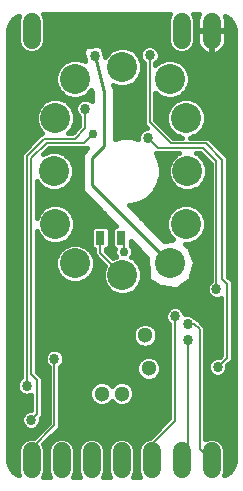
<source format=gbl>
G75*
%MOIN*%
%OFA0B0*%
%FSLAX25Y25*%
%IPPOS*%
%LPD*%
%AMOC8*
5,1,8,0,0,1.08239X$1,22.5*
%
%ADD10C,0.06000*%
%ADD11C,0.10000*%
%ADD12C,0.05118*%
%ADD13R,0.03150X0.04724*%
%ADD14C,0.03369*%
%ADD15C,0.01000*%
%ADD16C,0.00600*%
%ADD17C,0.01600*%
%ADD18C,0.02975*%
D10*
X0011170Y0006100D02*
X0011170Y0012100D01*
X0021170Y0012100D02*
X0021170Y0006100D01*
X0031170Y0006100D02*
X0031170Y0012100D01*
X0041170Y0012100D02*
X0041170Y0006100D01*
X0051170Y0006100D02*
X0051170Y0012100D01*
X0061170Y0012100D02*
X0061170Y0006100D01*
X0071170Y0006100D02*
X0071170Y0012100D01*
X0071170Y0149407D02*
X0071170Y0155407D01*
X0061170Y0155407D02*
X0061170Y0149407D01*
X0011170Y0149407D02*
X0011170Y0155407D01*
D11*
X0025747Y0136334D03*
X0019123Y0123273D03*
X0018623Y0105557D03*
X0019123Y0087840D03*
X0025747Y0074779D03*
X0041495Y0070842D03*
X0057243Y0074779D03*
X0062617Y0087840D03*
X0063117Y0105557D03*
X0062617Y0123273D03*
X0057243Y0136334D03*
X0041495Y0140271D03*
D12*
X0049000Y0050813D03*
X0050200Y0039813D03*
X0041200Y0031413D03*
X0034600Y0031413D03*
D13*
X0034057Y0083413D03*
X0041143Y0083413D03*
D14*
X0049000Y0050813D03*
X0050200Y0039813D03*
X0050200Y0034213D03*
X0041200Y0031413D03*
X0034600Y0031413D03*
X0029800Y0039613D03*
X0019000Y0053213D03*
X0018800Y0043013D03*
X0009600Y0034013D03*
X0011000Y0022613D03*
X0059000Y0057213D03*
X0061000Y0061213D03*
X0063200Y0054613D03*
X0063200Y0049213D03*
X0073200Y0040213D03*
X0072800Y0066213D03*
X0050000Y0116613D03*
X0044200Y0117613D03*
X0050600Y0144213D03*
X0032200Y0144013D03*
X0029000Y0126413D03*
D15*
X0035200Y0132013D02*
X0035200Y0113813D01*
X0031200Y0109813D01*
X0031200Y0100822D01*
X0057243Y0074779D01*
X0035200Y0132013D02*
X0032200Y0144013D01*
D16*
X0029000Y0126413D02*
X0029000Y0119813D01*
X0025600Y0116413D01*
X0015400Y0116413D01*
X0009600Y0110613D01*
X0009600Y0034013D01*
X0013000Y0035813D02*
X0011000Y0037813D01*
X0011000Y0109813D01*
X0016200Y0115013D01*
X0028800Y0115013D01*
X0031800Y0118013D01*
X0050000Y0116613D02*
X0053200Y0113413D01*
X0068200Y0113413D01*
X0072800Y0108813D01*
X0072800Y0066213D01*
X0074800Y0069613D02*
X0074800Y0109413D01*
X0069400Y0114813D01*
X0057600Y0114813D01*
X0050600Y0121813D01*
X0050600Y0144213D01*
X0041900Y0083413D02*
X0041143Y0083413D01*
X0041900Y0083413D02*
X0041900Y0078670D01*
X0041495Y0070842D02*
X0034057Y0078280D01*
X0034057Y0083413D01*
X0018800Y0043013D02*
X0018800Y0020813D01*
X0011200Y0013213D01*
X0011200Y0009130D01*
X0011170Y0009100D01*
X0011000Y0022613D02*
X0013000Y0024613D01*
X0013000Y0035813D01*
X0051200Y0014613D02*
X0051200Y0009130D01*
X0051170Y0009100D01*
X0051200Y0014613D02*
X0059000Y0022413D01*
X0059000Y0057213D01*
X0063200Y0054613D02*
X0065400Y0054613D01*
X0067200Y0052813D01*
X0067200Y0013070D01*
X0071170Y0009100D01*
X0063200Y0011130D02*
X0061170Y0009100D01*
X0063200Y0011130D02*
X0063200Y0049213D01*
X0073200Y0040213D02*
X0076400Y0043413D01*
X0076400Y0068013D01*
X0074800Y0069613D01*
D17*
X0004043Y0006835D02*
X0005128Y0005341D01*
X0006621Y0004256D01*
X0007007Y0004131D01*
X0006570Y0005185D01*
X0006570Y0013015D01*
X0007270Y0014706D01*
X0008564Y0016000D01*
X0010255Y0016700D01*
X0012000Y0016700D01*
X0016900Y0021600D01*
X0016900Y0040269D01*
X0016016Y0041153D01*
X0015516Y0042360D01*
X0015516Y0043667D01*
X0016016Y0044874D01*
X0016940Y0045798D01*
X0018147Y0046298D01*
X0019453Y0046298D01*
X0020660Y0045798D01*
X0021584Y0044874D01*
X0022084Y0043667D01*
X0022084Y0042360D01*
X0021584Y0041153D01*
X0020700Y0040269D01*
X0020700Y0020026D01*
X0015160Y0014487D01*
X0015770Y0013015D01*
X0015770Y0005185D01*
X0015119Y0003613D01*
X0017221Y0003613D01*
X0016570Y0005185D01*
X0016570Y0013015D01*
X0017270Y0014706D01*
X0018564Y0016000D01*
X0020255Y0016700D01*
X0022085Y0016700D01*
X0023776Y0016000D01*
X0025070Y0014706D01*
X0025770Y0013015D01*
X0025770Y0005185D01*
X0025119Y0003613D01*
X0027221Y0003613D01*
X0026570Y0005185D01*
X0026570Y0013015D01*
X0027270Y0014706D01*
X0028564Y0016000D01*
X0030255Y0016700D01*
X0032085Y0016700D01*
X0033776Y0016000D01*
X0035070Y0014706D01*
X0035770Y0013015D01*
X0035770Y0005185D01*
X0035119Y0003613D01*
X0037221Y0003613D01*
X0036570Y0005185D01*
X0036570Y0013015D01*
X0037270Y0014706D01*
X0038564Y0016000D01*
X0040255Y0016700D01*
X0042085Y0016700D01*
X0043776Y0016000D01*
X0045070Y0014706D01*
X0045770Y0013015D01*
X0045770Y0005185D01*
X0045119Y0003613D01*
X0047221Y0003613D01*
X0046570Y0005185D01*
X0046570Y0013015D01*
X0047270Y0014706D01*
X0048564Y0016000D01*
X0050255Y0016700D01*
X0050600Y0016700D01*
X0057100Y0023200D01*
X0057100Y0054469D01*
X0056216Y0055353D01*
X0055716Y0056560D01*
X0055716Y0057867D01*
X0056216Y0059074D01*
X0057140Y0059998D01*
X0058347Y0060498D01*
X0059653Y0060498D01*
X0060860Y0059998D01*
X0061784Y0059074D01*
X0062284Y0057867D01*
X0062284Y0057789D01*
X0062547Y0057898D01*
X0063853Y0057898D01*
X0065060Y0057398D01*
X0065945Y0056513D01*
X0066187Y0056513D01*
X0069100Y0053600D01*
X0069100Y0016222D01*
X0070255Y0016700D01*
X0072085Y0016700D01*
X0073776Y0016000D01*
X0075070Y0014706D01*
X0075770Y0013015D01*
X0075770Y0005185D01*
X0075334Y0004131D01*
X0075719Y0004256D01*
X0077212Y0005341D01*
X0078297Y0006835D01*
X0078868Y0008590D01*
X0078940Y0009513D01*
X0078940Y0151994D01*
X0078868Y0152917D01*
X0078297Y0154672D01*
X0077212Y0156166D01*
X0075719Y0157251D01*
X0075598Y0157290D01*
X0075618Y0157250D01*
X0075852Y0156531D01*
X0075970Y0155785D01*
X0075970Y0152607D01*
X0071370Y0152607D01*
X0071370Y0152207D01*
X0071370Y0144607D01*
X0071548Y0144607D01*
X0072294Y0144725D01*
X0073013Y0144959D01*
X0073686Y0145302D01*
X0074297Y0145746D01*
X0074831Y0146280D01*
X0075275Y0146891D01*
X0075618Y0147565D01*
X0075852Y0148283D01*
X0075970Y0149029D01*
X0075970Y0152207D01*
X0071370Y0152207D01*
X0070970Y0152207D01*
X0070970Y0144607D01*
X0070792Y0144607D01*
X0070046Y0144725D01*
X0069328Y0144959D01*
X0068654Y0145302D01*
X0068043Y0145746D01*
X0067509Y0146280D01*
X0067065Y0146891D01*
X0066722Y0147565D01*
X0066488Y0148283D01*
X0066370Y0149029D01*
X0066370Y0152207D01*
X0070970Y0152207D01*
X0070970Y0152607D01*
X0066370Y0152607D01*
X0066370Y0155785D01*
X0066488Y0156531D01*
X0066722Y0157250D01*
X0067050Y0157894D01*
X0065119Y0157894D01*
X0065770Y0156322D01*
X0065770Y0148492D01*
X0065070Y0146801D01*
X0063776Y0145507D01*
X0062085Y0144807D01*
X0060255Y0144807D01*
X0058564Y0145507D01*
X0057270Y0146801D01*
X0056570Y0148492D01*
X0056570Y0156322D01*
X0057221Y0157894D01*
X0015119Y0157894D01*
X0015770Y0156322D01*
X0015770Y0148492D01*
X0015070Y0146801D01*
X0013776Y0145507D01*
X0012085Y0144807D01*
X0010255Y0144807D01*
X0008564Y0145507D01*
X0007270Y0146801D01*
X0006570Y0148492D01*
X0006570Y0156322D01*
X0007007Y0157376D01*
X0006621Y0157251D01*
X0005128Y0156166D01*
X0004043Y0154672D01*
X0003473Y0152917D01*
X0003400Y0151994D01*
X0003400Y0009513D01*
X0003473Y0008590D01*
X0004043Y0006835D01*
X0004062Y0006809D02*
X0006570Y0006809D01*
X0006570Y0008407D02*
X0003532Y0008407D01*
X0003400Y0010006D02*
X0006570Y0010006D01*
X0006570Y0011604D02*
X0003400Y0011604D01*
X0003400Y0013203D02*
X0006648Y0013203D01*
X0007366Y0014801D02*
X0003400Y0014801D01*
X0003400Y0016400D02*
X0009531Y0016400D01*
X0010347Y0019329D02*
X0011653Y0019329D01*
X0012860Y0019829D01*
X0013784Y0020753D01*
X0014284Y0021960D01*
X0014284Y0023211D01*
X0014900Y0023826D01*
X0014900Y0036600D01*
X0012900Y0038600D01*
X0012900Y0085617D01*
X0013528Y0084102D01*
X0015384Y0082245D01*
X0017810Y0081240D01*
X0020436Y0081240D01*
X0022861Y0082245D01*
X0024718Y0084102D01*
X0025723Y0086527D01*
X0025723Y0089153D01*
X0024718Y0091579D01*
X0022861Y0093435D01*
X0020436Y0094440D01*
X0017810Y0094440D01*
X0015384Y0093435D01*
X0013528Y0091579D01*
X0012900Y0090063D01*
X0012900Y0102126D01*
X0013028Y0101818D01*
X0014884Y0099961D01*
X0017310Y0098957D01*
X0019936Y0098957D01*
X0022361Y0099961D01*
X0024218Y0101818D01*
X0025223Y0104244D01*
X0025223Y0106870D01*
X0024218Y0109295D01*
X0022361Y0111152D01*
X0019936Y0112157D01*
X0017310Y0112157D01*
X0015125Y0111252D01*
X0016987Y0113113D01*
X0029587Y0113113D01*
X0029587Y0113113D01*
X0028420Y0111603D01*
X0027900Y0111083D01*
X0027900Y0110930D01*
X0027806Y0110809D01*
X0027900Y0110079D01*
X0027900Y0100033D01*
X0027885Y0099182D01*
X0027900Y0099166D01*
X0027900Y0099144D01*
X0028502Y0098542D01*
X0039269Y0087376D01*
X0038906Y0087376D01*
X0037969Y0086438D01*
X0037969Y0080388D01*
X0038889Y0079468D01*
X0038813Y0079284D01*
X0038813Y0078056D01*
X0039230Y0077048D01*
X0038343Y0076681D01*
X0035957Y0079067D01*
X0035957Y0079451D01*
X0036294Y0079451D01*
X0037231Y0080388D01*
X0037231Y0086438D01*
X0036294Y0087376D01*
X0031819Y0087376D01*
X0030882Y0086438D01*
X0030882Y0080388D01*
X0031819Y0079451D01*
X0032157Y0079451D01*
X0032157Y0077493D01*
X0035656Y0073994D01*
X0034895Y0072155D01*
X0034895Y0069529D01*
X0035900Y0067104D01*
X0037756Y0065247D01*
X0040182Y0064242D01*
X0042808Y0064242D01*
X0045233Y0065247D01*
X0047090Y0067104D01*
X0048095Y0069529D01*
X0048095Y0072155D01*
X0047090Y0074581D01*
X0045233Y0076437D01*
X0044385Y0076789D01*
X0044517Y0076921D01*
X0044987Y0078056D01*
X0044987Y0079284D01*
X0044517Y0080419D01*
X0044318Y0080618D01*
X0044318Y0082140D01*
X0049548Y0076716D01*
X0049868Y0071115D01*
X0049745Y0070900D01*
X0049916Y0070274D01*
X0049953Y0069625D01*
X0050138Y0069460D01*
X0050203Y0069222D01*
X0050767Y0068899D01*
X0051251Y0068467D01*
X0051498Y0068481D01*
X0053381Y0067406D01*
X0053642Y0067058D01*
X0054106Y0066991D01*
X0054513Y0066759D01*
X0054933Y0066873D01*
X0058660Y0066341D01*
X0059473Y0066190D01*
X0059514Y0066219D01*
X0059564Y0066211D01*
X0060225Y0066707D01*
X0063318Y0068833D01*
X0063997Y0069222D01*
X0064024Y0069319D01*
X0064106Y0069376D01*
X0064249Y0070145D01*
X0065380Y0074292D01*
X0065671Y0074923D01*
X0065603Y0075109D01*
X0065655Y0075300D01*
X0065310Y0075903D01*
X0064039Y0079354D01*
X0063928Y0080017D01*
X0063747Y0080146D01*
X0063670Y0080356D01*
X0063060Y0080637D01*
X0062215Y0081240D01*
X0063930Y0081240D01*
X0066356Y0082245D01*
X0068212Y0084102D01*
X0069217Y0086527D01*
X0069217Y0089153D01*
X0068212Y0091579D01*
X0066356Y0093435D01*
X0063930Y0094440D01*
X0061304Y0094440D01*
X0058878Y0093435D01*
X0057022Y0091579D01*
X0056017Y0089153D01*
X0056017Y0086527D01*
X0057022Y0084102D01*
X0058327Y0082797D01*
X0057997Y0082742D01*
X0057992Y0082735D01*
X0055326Y0082271D01*
X0043703Y0094114D01*
X0044251Y0094114D01*
X0047162Y0094894D01*
X0049771Y0096400D01*
X0051901Y0098531D01*
X0053408Y0101140D01*
X0054187Y0104050D01*
X0054187Y0107063D01*
X0053408Y0109973D01*
X0052518Y0111513D01*
X0060251Y0111513D01*
X0059378Y0111152D01*
X0057522Y0109295D01*
X0056517Y0106870D01*
X0056517Y0104244D01*
X0057522Y0101818D01*
X0059378Y0099961D01*
X0061804Y0098957D01*
X0064430Y0098957D01*
X0066856Y0099961D01*
X0068712Y0101818D01*
X0069717Y0104244D01*
X0069717Y0106870D01*
X0068712Y0109295D01*
X0066856Y0111152D01*
X0065983Y0111513D01*
X0067413Y0111513D01*
X0070900Y0108026D01*
X0070900Y0068958D01*
X0070016Y0068074D01*
X0069516Y0066867D01*
X0069516Y0065560D01*
X0070016Y0064353D01*
X0070940Y0063429D01*
X0072147Y0062929D01*
X0073453Y0062929D01*
X0074500Y0063363D01*
X0074500Y0044200D01*
X0073797Y0043498D01*
X0072547Y0043498D01*
X0071340Y0042998D01*
X0070416Y0042074D01*
X0069916Y0040867D01*
X0069916Y0039560D01*
X0070416Y0038353D01*
X0071340Y0037429D01*
X0072547Y0036929D01*
X0073853Y0036929D01*
X0075060Y0037429D01*
X0075984Y0038353D01*
X0076484Y0039560D01*
X0076484Y0040811D01*
X0077187Y0041513D01*
X0078300Y0042626D01*
X0078300Y0068800D01*
X0077187Y0069913D01*
X0076700Y0070400D01*
X0076700Y0110200D01*
X0071300Y0115600D01*
X0070187Y0116713D01*
X0064027Y0116713D01*
X0066356Y0117678D01*
X0068212Y0119535D01*
X0069217Y0121960D01*
X0069217Y0124586D01*
X0068212Y0127012D01*
X0066356Y0128868D01*
X0063930Y0129873D01*
X0061304Y0129873D01*
X0058878Y0128868D01*
X0057022Y0127012D01*
X0056017Y0124586D01*
X0056017Y0121960D01*
X0057022Y0119535D01*
X0058878Y0117678D01*
X0061207Y0116713D01*
X0058387Y0116713D01*
X0052500Y0122600D01*
X0052500Y0131743D01*
X0053504Y0130739D01*
X0055930Y0129734D01*
X0058556Y0129734D01*
X0060982Y0130739D01*
X0062838Y0132596D01*
X0063843Y0135021D01*
X0063843Y0137647D01*
X0062838Y0140073D01*
X0060982Y0141929D01*
X0058556Y0142934D01*
X0055930Y0142934D01*
X0053504Y0141929D01*
X0052500Y0140925D01*
X0052500Y0141469D01*
X0053384Y0142353D01*
X0053884Y0143560D01*
X0053884Y0144867D01*
X0053384Y0146074D01*
X0052460Y0146998D01*
X0051253Y0147498D01*
X0049947Y0147498D01*
X0048740Y0146998D01*
X0047816Y0146074D01*
X0047316Y0144867D01*
X0047316Y0143560D01*
X0047816Y0142353D01*
X0048700Y0141469D01*
X0048700Y0121026D01*
X0049813Y0119913D01*
X0049829Y0119898D01*
X0049347Y0119898D01*
X0048140Y0119398D01*
X0047216Y0118474D01*
X0046716Y0117267D01*
X0046716Y0116339D01*
X0044251Y0116999D01*
X0041238Y0116999D01*
X0038900Y0116373D01*
X0038900Y0131871D01*
X0039059Y0132158D01*
X0038900Y0132710D01*
X0038900Y0133283D01*
X0038668Y0133515D01*
X0038412Y0134404D01*
X0040182Y0133671D01*
X0042808Y0133671D01*
X0045233Y0134676D01*
X0047090Y0136533D01*
X0048095Y0138958D01*
X0048095Y0141584D01*
X0047090Y0144010D01*
X0045233Y0145866D01*
X0042808Y0146871D01*
X0040182Y0146871D01*
X0037756Y0145866D01*
X0035900Y0144010D01*
X0035751Y0143650D01*
X0035484Y0144575D01*
X0035484Y0144667D01*
X0035398Y0144876D01*
X0035055Y0146065D01*
X0034943Y0146792D01*
X0034820Y0146883D01*
X0034777Y0147030D01*
X0034134Y0147386D01*
X0033540Y0147821D01*
X0033389Y0147798D01*
X0033255Y0147872D01*
X0032548Y0147669D01*
X0030741Y0147391D01*
X0030561Y0147481D01*
X0029905Y0147262D01*
X0029221Y0147157D01*
X0029102Y0146994D01*
X0028911Y0146931D01*
X0028601Y0146312D01*
X0028192Y0145754D01*
X0028223Y0145555D01*
X0028133Y0145375D01*
X0028351Y0144718D01*
X0028457Y0144034D01*
X0028619Y0143915D01*
X0028643Y0143844D01*
X0028700Y0143585D01*
X0028700Y0142944D01*
X0028881Y0142762D01*
X0029022Y0142121D01*
X0027060Y0142934D01*
X0024434Y0142934D01*
X0022008Y0141929D01*
X0020152Y0140073D01*
X0019147Y0137647D01*
X0019147Y0135021D01*
X0020152Y0132596D01*
X0022008Y0130739D01*
X0024434Y0129734D01*
X0027060Y0129734D01*
X0029485Y0130739D01*
X0031161Y0132415D01*
X0031300Y0131785D01*
X0031300Y0128758D01*
X0030860Y0129198D01*
X0029653Y0129698D01*
X0028347Y0129698D01*
X0027140Y0129198D01*
X0026216Y0128274D01*
X0025716Y0127067D01*
X0025716Y0125760D01*
X0026216Y0124553D01*
X0027100Y0123669D01*
X0027100Y0120600D01*
X0024813Y0118313D01*
X0023497Y0118313D01*
X0024718Y0119535D01*
X0025723Y0121960D01*
X0025723Y0124586D01*
X0024718Y0127012D01*
X0022861Y0128868D01*
X0020436Y0129873D01*
X0017810Y0129873D01*
X0015384Y0128868D01*
X0013528Y0127012D01*
X0012523Y0124586D01*
X0012523Y0121960D01*
X0013528Y0119535D01*
X0014749Y0118313D01*
X0014613Y0118313D01*
X0013500Y0117200D01*
X0007700Y0111400D01*
X0007700Y0036758D01*
X0006816Y0035874D01*
X0006316Y0034667D01*
X0006316Y0033360D01*
X0006816Y0032153D01*
X0007740Y0031229D01*
X0008947Y0030729D01*
X0010253Y0030729D01*
X0011100Y0031080D01*
X0011100Y0025898D01*
X0010347Y0025898D01*
X0009140Y0025398D01*
X0008216Y0024474D01*
X0007716Y0023267D01*
X0007716Y0021960D01*
X0008216Y0020753D01*
X0009140Y0019829D01*
X0010347Y0019329D01*
X0009700Y0019597D02*
X0003400Y0019597D01*
X0003400Y0017998D02*
X0013298Y0017998D01*
X0012300Y0019597D02*
X0014897Y0019597D01*
X0013968Y0021196D02*
X0016495Y0021196D01*
X0016900Y0022794D02*
X0014284Y0022794D01*
X0014900Y0024393D02*
X0016900Y0024393D01*
X0016900Y0025991D02*
X0014900Y0025991D01*
X0014900Y0027590D02*
X0016900Y0027590D01*
X0016900Y0029188D02*
X0014900Y0029188D01*
X0014900Y0030787D02*
X0016900Y0030787D01*
X0016900Y0032385D02*
X0014900Y0032385D01*
X0014900Y0033984D02*
X0016900Y0033984D01*
X0016900Y0035582D02*
X0014900Y0035582D01*
X0014320Y0037181D02*
X0016900Y0037181D01*
X0016900Y0038779D02*
X0012900Y0038779D01*
X0012900Y0040378D02*
X0016791Y0040378D01*
X0015675Y0041976D02*
X0012900Y0041976D01*
X0012900Y0043575D02*
X0015516Y0043575D01*
X0016315Y0045173D02*
X0012900Y0045173D01*
X0012900Y0046772D02*
X0047889Y0046772D01*
X0048173Y0046654D02*
X0049827Y0046654D01*
X0051356Y0047288D01*
X0052526Y0048457D01*
X0053159Y0049986D01*
X0053159Y0051641D01*
X0052526Y0053169D01*
X0051356Y0054339D01*
X0049827Y0054972D01*
X0048173Y0054972D01*
X0046644Y0054339D01*
X0045474Y0053169D01*
X0044841Y0051641D01*
X0044841Y0049986D01*
X0045474Y0048457D01*
X0046644Y0047288D01*
X0048173Y0046654D01*
X0049373Y0043972D02*
X0047844Y0043339D01*
X0046674Y0042169D01*
X0046041Y0040641D01*
X0046041Y0038986D01*
X0046674Y0037457D01*
X0047844Y0036288D01*
X0049373Y0035654D01*
X0051027Y0035654D01*
X0052556Y0036288D01*
X0053726Y0037457D01*
X0054359Y0038986D01*
X0054359Y0040641D01*
X0053726Y0042169D01*
X0052556Y0043339D01*
X0051027Y0043972D01*
X0049373Y0043972D01*
X0048412Y0043575D02*
X0022084Y0043575D01*
X0021925Y0041976D02*
X0046594Y0041976D01*
X0046041Y0040378D02*
X0020809Y0040378D01*
X0020700Y0038779D02*
X0046127Y0038779D01*
X0046951Y0037181D02*
X0020700Y0037181D01*
X0020700Y0035582D02*
X0057100Y0035582D01*
X0057100Y0033984D02*
X0044512Y0033984D01*
X0044726Y0033769D02*
X0043556Y0034939D01*
X0042027Y0035572D01*
X0040373Y0035572D01*
X0038844Y0034939D01*
X0037900Y0033995D01*
X0036956Y0034939D01*
X0035427Y0035572D01*
X0033773Y0035572D01*
X0032244Y0034939D01*
X0031074Y0033769D01*
X0030441Y0032241D01*
X0030441Y0030586D01*
X0031074Y0029057D01*
X0032244Y0027888D01*
X0033773Y0027254D01*
X0035427Y0027254D01*
X0036956Y0027888D01*
X0037900Y0028832D01*
X0038844Y0027888D01*
X0040373Y0027254D01*
X0042027Y0027254D01*
X0043556Y0027888D01*
X0044726Y0029057D01*
X0045359Y0030586D01*
X0045359Y0032241D01*
X0044726Y0033769D01*
X0045299Y0032385D02*
X0057100Y0032385D01*
X0057100Y0030787D02*
X0045359Y0030787D01*
X0044780Y0029188D02*
X0057100Y0029188D01*
X0057100Y0027590D02*
X0042837Y0027590D01*
X0039563Y0027590D02*
X0036237Y0027590D01*
X0032963Y0027590D02*
X0020700Y0027590D01*
X0020700Y0029188D02*
X0031020Y0029188D01*
X0030441Y0030787D02*
X0020700Y0030787D01*
X0020700Y0032385D02*
X0030501Y0032385D01*
X0031288Y0033984D02*
X0020700Y0033984D01*
X0020700Y0025991D02*
X0057100Y0025991D01*
X0057100Y0024393D02*
X0020700Y0024393D01*
X0020700Y0022794D02*
X0056694Y0022794D01*
X0055095Y0021196D02*
X0020700Y0021196D01*
X0020271Y0019597D02*
X0053497Y0019597D01*
X0051898Y0017998D02*
X0018672Y0017998D01*
X0019531Y0016400D02*
X0017074Y0016400D01*
X0017366Y0014801D02*
X0015475Y0014801D01*
X0015692Y0013203D02*
X0016648Y0013203D01*
X0016570Y0011604D02*
X0015770Y0011604D01*
X0015770Y0010006D02*
X0016570Y0010006D01*
X0016570Y0008407D02*
X0015770Y0008407D01*
X0015770Y0006809D02*
X0016570Y0006809D01*
X0016570Y0005210D02*
X0015770Y0005210D01*
X0022809Y0016400D02*
X0029531Y0016400D01*
X0027366Y0014801D02*
X0024974Y0014801D01*
X0025692Y0013203D02*
X0026648Y0013203D01*
X0026570Y0011604D02*
X0025770Y0011604D01*
X0025770Y0010006D02*
X0026570Y0010006D01*
X0026570Y0008407D02*
X0025770Y0008407D01*
X0025770Y0006809D02*
X0026570Y0006809D01*
X0026570Y0005210D02*
X0025770Y0005210D01*
X0032809Y0016400D02*
X0039531Y0016400D01*
X0037366Y0014801D02*
X0034974Y0014801D01*
X0035692Y0013203D02*
X0036648Y0013203D01*
X0036570Y0011604D02*
X0035770Y0011604D01*
X0035770Y0010006D02*
X0036570Y0010006D01*
X0036570Y0008407D02*
X0035770Y0008407D01*
X0035770Y0006809D02*
X0036570Y0006809D01*
X0036570Y0005210D02*
X0035770Y0005210D01*
X0042809Y0016400D02*
X0049531Y0016400D01*
X0047366Y0014801D02*
X0044974Y0014801D01*
X0045692Y0013203D02*
X0046648Y0013203D01*
X0046570Y0011604D02*
X0045770Y0011604D01*
X0045770Y0010006D02*
X0046570Y0010006D01*
X0046570Y0008407D02*
X0045770Y0008407D01*
X0045770Y0006809D02*
X0046570Y0006809D01*
X0046570Y0005210D02*
X0045770Y0005210D01*
X0053449Y0037181D02*
X0057100Y0037181D01*
X0057100Y0038779D02*
X0054273Y0038779D01*
X0054359Y0040378D02*
X0057100Y0040378D01*
X0057100Y0041976D02*
X0053806Y0041976D01*
X0051988Y0043575D02*
X0057100Y0043575D01*
X0057100Y0045173D02*
X0021285Y0045173D01*
X0012900Y0048370D02*
X0045561Y0048370D01*
X0044848Y0049969D02*
X0012900Y0049969D01*
X0012900Y0051567D02*
X0044841Y0051567D01*
X0045473Y0053166D02*
X0012900Y0053166D01*
X0012900Y0054764D02*
X0047670Y0054764D01*
X0050330Y0054764D02*
X0056804Y0054764D01*
X0057100Y0053166D02*
X0052527Y0053166D01*
X0053159Y0051567D02*
X0057100Y0051567D01*
X0057100Y0049969D02*
X0053152Y0049969D01*
X0052439Y0048370D02*
X0057100Y0048370D01*
X0057100Y0046772D02*
X0050111Y0046772D01*
X0055797Y0056363D02*
X0012900Y0056363D01*
X0012900Y0057961D02*
X0055755Y0057961D01*
X0056702Y0059560D02*
X0012900Y0059560D01*
X0012900Y0061158D02*
X0074500Y0061158D01*
X0074500Y0059560D02*
X0061298Y0059560D01*
X0062245Y0057961D02*
X0074500Y0057961D01*
X0074500Y0056363D02*
X0066338Y0056363D01*
X0067936Y0054764D02*
X0074500Y0054764D01*
X0074500Y0053166D02*
X0069100Y0053166D01*
X0069100Y0051567D02*
X0074500Y0051567D01*
X0074500Y0049969D02*
X0069100Y0049969D01*
X0069100Y0048370D02*
X0074500Y0048370D01*
X0074500Y0046772D02*
X0069100Y0046772D01*
X0069100Y0045173D02*
X0074500Y0045173D01*
X0073874Y0043575D02*
X0069100Y0043575D01*
X0069100Y0041976D02*
X0070375Y0041976D01*
X0069916Y0040378D02*
X0069100Y0040378D01*
X0069100Y0038779D02*
X0070239Y0038779D01*
X0069100Y0037181D02*
X0071940Y0037181D01*
X0074460Y0037181D02*
X0078940Y0037181D01*
X0078940Y0038779D02*
X0076161Y0038779D01*
X0076484Y0040378D02*
X0078940Y0040378D01*
X0078940Y0041976D02*
X0077650Y0041976D01*
X0078300Y0043575D02*
X0078940Y0043575D01*
X0078940Y0045173D02*
X0078300Y0045173D01*
X0078300Y0046772D02*
X0078940Y0046772D01*
X0078940Y0048370D02*
X0078300Y0048370D01*
X0078300Y0049969D02*
X0078940Y0049969D01*
X0078940Y0051567D02*
X0078300Y0051567D01*
X0078300Y0053166D02*
X0078940Y0053166D01*
X0078940Y0054764D02*
X0078300Y0054764D01*
X0078300Y0056363D02*
X0078940Y0056363D01*
X0078940Y0057961D02*
X0078300Y0057961D01*
X0078300Y0059560D02*
X0078940Y0059560D01*
X0078940Y0061158D02*
X0078300Y0061158D01*
X0078300Y0062757D02*
X0078940Y0062757D01*
X0078940Y0064355D02*
X0078300Y0064355D01*
X0078300Y0065954D02*
X0078940Y0065954D01*
X0078940Y0067552D02*
X0078300Y0067552D01*
X0077950Y0069151D02*
X0078940Y0069151D01*
X0078940Y0070749D02*
X0076700Y0070749D01*
X0077187Y0069913D02*
X0077187Y0069913D01*
X0076700Y0072348D02*
X0078940Y0072348D01*
X0078940Y0073946D02*
X0076700Y0073946D01*
X0076700Y0075545D02*
X0078940Y0075545D01*
X0078940Y0077143D02*
X0076700Y0077143D01*
X0076700Y0078742D02*
X0078940Y0078742D01*
X0078940Y0080340D02*
X0076700Y0080340D01*
X0076700Y0081939D02*
X0078940Y0081939D01*
X0078940Y0083537D02*
X0076700Y0083537D01*
X0076700Y0085136D02*
X0078940Y0085136D01*
X0078940Y0086734D02*
X0076700Y0086734D01*
X0076700Y0088333D02*
X0078940Y0088333D01*
X0078940Y0089932D02*
X0076700Y0089932D01*
X0076700Y0091530D02*
X0078940Y0091530D01*
X0078940Y0093129D02*
X0076700Y0093129D01*
X0076700Y0094727D02*
X0078940Y0094727D01*
X0078940Y0096326D02*
X0076700Y0096326D01*
X0076700Y0097924D02*
X0078940Y0097924D01*
X0078940Y0099523D02*
X0076700Y0099523D01*
X0076700Y0101121D02*
X0078940Y0101121D01*
X0078940Y0102720D02*
X0076700Y0102720D01*
X0076700Y0104318D02*
X0078940Y0104318D01*
X0078940Y0105917D02*
X0076700Y0105917D01*
X0076700Y0107515D02*
X0078940Y0107515D01*
X0078940Y0109114D02*
X0076700Y0109114D01*
X0076188Y0110712D02*
X0078940Y0110712D01*
X0078940Y0112311D02*
X0074590Y0112311D01*
X0072991Y0113909D02*
X0078940Y0113909D01*
X0078940Y0115508D02*
X0071393Y0115508D01*
X0068530Y0120303D02*
X0078940Y0120303D01*
X0078940Y0118705D02*
X0067382Y0118705D01*
X0069193Y0121902D02*
X0078940Y0121902D01*
X0078940Y0123500D02*
X0069217Y0123500D01*
X0069005Y0125099D02*
X0078940Y0125099D01*
X0078940Y0126697D02*
X0068342Y0126697D01*
X0066928Y0128296D02*
X0078940Y0128296D01*
X0078940Y0129894D02*
X0058942Y0129894D01*
X0058306Y0128296D02*
X0052500Y0128296D01*
X0052500Y0129894D02*
X0055544Y0129894D01*
X0056891Y0126697D02*
X0052500Y0126697D01*
X0052500Y0125099D02*
X0056229Y0125099D01*
X0056017Y0123500D02*
X0052500Y0123500D01*
X0053199Y0121902D02*
X0056041Y0121902D01*
X0056703Y0120303D02*
X0054797Y0120303D01*
X0056396Y0118705D02*
X0057852Y0118705D01*
X0057994Y0117106D02*
X0060259Y0117106D01*
X0058939Y0110712D02*
X0052981Y0110712D01*
X0053638Y0109114D02*
X0057446Y0109114D01*
X0056784Y0107515D02*
X0054066Y0107515D01*
X0054187Y0105917D02*
X0056517Y0105917D01*
X0056517Y0104318D02*
X0054187Y0104318D01*
X0053831Y0102720D02*
X0057148Y0102720D01*
X0058219Y0101121D02*
X0053397Y0101121D01*
X0052474Y0099523D02*
X0060438Y0099523D01*
X0058571Y0093129D02*
X0044670Y0093129D01*
X0046239Y0091530D02*
X0057002Y0091530D01*
X0056339Y0089932D02*
X0047808Y0089932D01*
X0049377Y0088333D02*
X0056017Y0088333D01*
X0056017Y0086734D02*
X0050946Y0086734D01*
X0052515Y0085136D02*
X0056593Y0085136D01*
X0057586Y0083537D02*
X0054084Y0083537D01*
X0049615Y0075545D02*
X0046126Y0075545D01*
X0044609Y0077143D02*
X0049136Y0077143D01*
X0047594Y0078742D02*
X0044987Y0078742D01*
X0044550Y0080340D02*
X0046053Y0080340D01*
X0044512Y0081939D02*
X0044318Y0081939D01*
X0047353Y0073946D02*
X0049706Y0073946D01*
X0049797Y0072348D02*
X0048015Y0072348D01*
X0048095Y0070749D02*
X0049786Y0070749D01*
X0050327Y0069151D02*
X0047938Y0069151D01*
X0047276Y0067552D02*
X0053124Y0067552D01*
X0045940Y0065954D02*
X0069516Y0065954D01*
X0069800Y0067552D02*
X0061454Y0067552D01*
X0063873Y0069151D02*
X0070900Y0069151D01*
X0070900Y0070749D02*
X0064414Y0070749D01*
X0064850Y0072348D02*
X0070900Y0072348D01*
X0070900Y0073946D02*
X0065286Y0073946D01*
X0065515Y0075545D02*
X0070900Y0075545D01*
X0070900Y0077143D02*
X0064853Y0077143D01*
X0064264Y0078742D02*
X0070900Y0078742D01*
X0070900Y0080340D02*
X0063675Y0080340D01*
X0065617Y0081939D02*
X0070900Y0081939D01*
X0070900Y0083537D02*
X0067648Y0083537D01*
X0068641Y0085136D02*
X0070900Y0085136D01*
X0070900Y0086734D02*
X0069217Y0086734D01*
X0069217Y0088333D02*
X0070900Y0088333D01*
X0070900Y0089932D02*
X0068894Y0089932D01*
X0068232Y0091530D02*
X0070900Y0091530D01*
X0070900Y0093129D02*
X0066662Y0093129D01*
X0065796Y0099523D02*
X0070900Y0099523D01*
X0070900Y0101121D02*
X0068015Y0101121D01*
X0069086Y0102720D02*
X0070900Y0102720D01*
X0070900Y0104318D02*
X0069717Y0104318D01*
X0069717Y0105917D02*
X0070900Y0105917D01*
X0070900Y0107515D02*
X0069449Y0107515D01*
X0069813Y0109114D02*
X0068787Y0109114D01*
X0068214Y0110712D02*
X0067295Y0110712D01*
X0064975Y0117106D02*
X0078940Y0117106D01*
X0078940Y0131493D02*
X0061735Y0131493D01*
X0063043Y0133091D02*
X0078940Y0133091D01*
X0078940Y0134690D02*
X0063706Y0134690D01*
X0063843Y0136288D02*
X0078940Y0136288D01*
X0078940Y0137887D02*
X0063744Y0137887D01*
X0063081Y0139485D02*
X0078940Y0139485D01*
X0078940Y0141084D02*
X0061827Y0141084D01*
X0059164Y0142682D02*
X0078940Y0142682D01*
X0078940Y0144281D02*
X0053884Y0144281D01*
X0053521Y0142682D02*
X0055322Y0142682D01*
X0053465Y0145879D02*
X0058192Y0145879D01*
X0056990Y0147478D02*
X0051301Y0147478D01*
X0049899Y0147478D02*
X0034009Y0147478D01*
X0035109Y0145879D02*
X0037788Y0145879D01*
X0036171Y0144281D02*
X0035569Y0144281D01*
X0031309Y0147478D02*
X0030567Y0147478D01*
X0030553Y0147478D02*
X0015350Y0147478D01*
X0015770Y0149076D02*
X0056570Y0149076D01*
X0056570Y0150675D02*
X0015770Y0150675D01*
X0015770Y0152273D02*
X0056570Y0152273D01*
X0056570Y0153872D02*
X0015770Y0153872D01*
X0015770Y0155470D02*
X0056570Y0155470D01*
X0056879Y0157069D02*
X0015461Y0157069D01*
X0014148Y0145879D02*
X0028284Y0145879D01*
X0028419Y0144281D02*
X0003400Y0144281D01*
X0003400Y0145879D02*
X0008192Y0145879D01*
X0006990Y0147478D02*
X0003400Y0147478D01*
X0003400Y0149076D02*
X0006570Y0149076D01*
X0006570Y0150675D02*
X0003400Y0150675D01*
X0003422Y0152273D02*
X0006570Y0152273D01*
X0006570Y0153872D02*
X0003783Y0153872D01*
X0004623Y0155470D02*
X0006570Y0155470D01*
X0006371Y0157069D02*
X0006879Y0157069D01*
X0003400Y0142682D02*
X0023826Y0142682D01*
X0021163Y0141084D02*
X0003400Y0141084D01*
X0003400Y0139485D02*
X0019908Y0139485D01*
X0019246Y0137887D02*
X0003400Y0137887D01*
X0003400Y0136288D02*
X0019147Y0136288D01*
X0019284Y0134690D02*
X0003400Y0134690D01*
X0003400Y0133091D02*
X0019946Y0133091D01*
X0021254Y0131493D02*
X0003400Y0131493D01*
X0003400Y0129894D02*
X0024048Y0129894D01*
X0023434Y0128296D02*
X0026238Y0128296D01*
X0025716Y0126697D02*
X0024848Y0126697D01*
X0025510Y0125099D02*
X0025990Y0125099D01*
X0025723Y0123500D02*
X0027100Y0123500D01*
X0027100Y0121902D02*
X0025699Y0121902D01*
X0025036Y0120303D02*
X0026803Y0120303D01*
X0025204Y0118705D02*
X0023888Y0118705D01*
X0022801Y0110712D02*
X0027819Y0110712D01*
X0027900Y0109114D02*
X0024293Y0109114D01*
X0024955Y0107515D02*
X0027900Y0107515D01*
X0027900Y0105917D02*
X0025223Y0105917D01*
X0025223Y0104318D02*
X0027900Y0104318D01*
X0027900Y0102720D02*
X0024591Y0102720D01*
X0023521Y0101121D02*
X0027900Y0101121D01*
X0027891Y0099523D02*
X0021302Y0099523D01*
X0023168Y0093129D02*
X0033722Y0093129D01*
X0032180Y0094727D02*
X0012900Y0094727D01*
X0012900Y0093129D02*
X0015077Y0093129D01*
X0013507Y0091530D02*
X0012900Y0091530D01*
X0012900Y0096326D02*
X0030639Y0096326D01*
X0029097Y0097924D02*
X0012900Y0097924D01*
X0012900Y0099523D02*
X0015944Y0099523D01*
X0013725Y0101121D02*
X0012900Y0101121D01*
X0007700Y0101121D02*
X0003400Y0101121D01*
X0003400Y0099523D02*
X0007700Y0099523D01*
X0007700Y0097924D02*
X0003400Y0097924D01*
X0003400Y0096326D02*
X0007700Y0096326D01*
X0007700Y0094727D02*
X0003400Y0094727D01*
X0003400Y0093129D02*
X0007700Y0093129D01*
X0007700Y0091530D02*
X0003400Y0091530D01*
X0003400Y0089932D02*
X0007700Y0089932D01*
X0007700Y0088333D02*
X0003400Y0088333D01*
X0003400Y0086734D02*
X0007700Y0086734D01*
X0007700Y0085136D02*
X0003400Y0085136D01*
X0003400Y0083537D02*
X0007700Y0083537D01*
X0007700Y0081939D02*
X0003400Y0081939D01*
X0003400Y0080340D02*
X0007700Y0080340D01*
X0007700Y0078742D02*
X0003400Y0078742D01*
X0003400Y0077143D02*
X0007700Y0077143D01*
X0007700Y0075545D02*
X0003400Y0075545D01*
X0003400Y0073946D02*
X0007700Y0073946D01*
X0007700Y0072348D02*
X0003400Y0072348D01*
X0003400Y0070749D02*
X0007700Y0070749D01*
X0007700Y0069151D02*
X0003400Y0069151D01*
X0003400Y0067552D02*
X0007700Y0067552D01*
X0007700Y0065954D02*
X0003400Y0065954D01*
X0003400Y0064355D02*
X0007700Y0064355D01*
X0007700Y0062757D02*
X0003400Y0062757D01*
X0003400Y0061158D02*
X0007700Y0061158D01*
X0007700Y0059560D02*
X0003400Y0059560D01*
X0003400Y0057961D02*
X0007700Y0057961D01*
X0007700Y0056363D02*
X0003400Y0056363D01*
X0003400Y0054764D02*
X0007700Y0054764D01*
X0007700Y0053166D02*
X0003400Y0053166D01*
X0003400Y0051567D02*
X0007700Y0051567D01*
X0007700Y0049969D02*
X0003400Y0049969D01*
X0003400Y0048370D02*
X0007700Y0048370D01*
X0007700Y0046772D02*
X0003400Y0046772D01*
X0003400Y0045173D02*
X0007700Y0045173D01*
X0007700Y0043575D02*
X0003400Y0043575D01*
X0003400Y0041976D02*
X0007700Y0041976D01*
X0007700Y0040378D02*
X0003400Y0040378D01*
X0003400Y0038779D02*
X0007700Y0038779D01*
X0007700Y0037181D02*
X0003400Y0037181D01*
X0003400Y0035582D02*
X0006695Y0035582D01*
X0006316Y0033984D02*
X0003400Y0033984D01*
X0003400Y0032385D02*
X0006720Y0032385D01*
X0008808Y0030787D02*
X0003400Y0030787D01*
X0003400Y0029188D02*
X0011100Y0029188D01*
X0011100Y0027590D02*
X0003400Y0027590D01*
X0003400Y0025991D02*
X0011100Y0025991D01*
X0011100Y0030787D02*
X0010392Y0030787D01*
X0008182Y0024393D02*
X0003400Y0024393D01*
X0003400Y0022794D02*
X0007716Y0022794D01*
X0008032Y0021196D02*
X0003400Y0021196D01*
X0005308Y0005210D02*
X0006570Y0005210D01*
X0012900Y0062757D02*
X0074500Y0062757D01*
X0070015Y0064355D02*
X0043081Y0064355D01*
X0039909Y0064355D02*
X0012900Y0064355D01*
X0012900Y0065954D02*
X0037049Y0065954D01*
X0035714Y0067552D02*
X0012900Y0067552D01*
X0012900Y0069151D02*
X0022088Y0069151D01*
X0022008Y0069184D02*
X0024434Y0068179D01*
X0027060Y0068179D01*
X0029485Y0069184D01*
X0031342Y0071041D01*
X0032347Y0073466D01*
X0032347Y0076092D01*
X0031342Y0078518D01*
X0029485Y0080374D01*
X0027060Y0081379D01*
X0024434Y0081379D01*
X0022008Y0080374D01*
X0020152Y0078518D01*
X0019147Y0076092D01*
X0019147Y0073466D01*
X0020152Y0071041D01*
X0022008Y0069184D01*
X0020443Y0070749D02*
X0012900Y0070749D01*
X0012900Y0072348D02*
X0019610Y0072348D01*
X0019147Y0073946D02*
X0012900Y0073946D01*
X0012900Y0075545D02*
X0019147Y0075545D01*
X0019582Y0077143D02*
X0012900Y0077143D01*
X0012900Y0078742D02*
X0020376Y0078742D01*
X0021974Y0080340D02*
X0012900Y0080340D01*
X0012900Y0081939D02*
X0016123Y0081939D01*
X0014092Y0083537D02*
X0012900Y0083537D01*
X0012900Y0085136D02*
X0013099Y0085136D01*
X0022123Y0081939D02*
X0030882Y0081939D01*
X0030882Y0083537D02*
X0024154Y0083537D01*
X0025147Y0085136D02*
X0030882Y0085136D01*
X0031178Y0086734D02*
X0025723Y0086734D01*
X0025723Y0088333D02*
X0038346Y0088333D01*
X0038265Y0086734D02*
X0036935Y0086734D01*
X0037231Y0085136D02*
X0037969Y0085136D01*
X0037969Y0083537D02*
X0037231Y0083537D01*
X0037231Y0081939D02*
X0037969Y0081939D01*
X0038016Y0080340D02*
X0037183Y0080340D01*
X0036282Y0078742D02*
X0038813Y0078742D01*
X0039191Y0077143D02*
X0037881Y0077143D01*
X0035637Y0073946D02*
X0032347Y0073946D01*
X0032347Y0075545D02*
X0034105Y0075545D01*
X0032507Y0077143D02*
X0031911Y0077143D01*
X0032157Y0078742D02*
X0031118Y0078742D01*
X0030930Y0080340D02*
X0029519Y0080340D01*
X0031884Y0072348D02*
X0034975Y0072348D01*
X0034895Y0070749D02*
X0031051Y0070749D01*
X0029406Y0069151D02*
X0035052Y0069151D01*
X0036805Y0089932D02*
X0025400Y0089932D01*
X0024738Y0091530D02*
X0035263Y0091530D01*
X0028967Y0112311D02*
X0016184Y0112311D01*
X0013406Y0117106D02*
X0003400Y0117106D01*
X0003400Y0115508D02*
X0011807Y0115508D01*
X0010209Y0113909D02*
X0003400Y0113909D01*
X0003400Y0112311D02*
X0008610Y0112311D01*
X0007700Y0110712D02*
X0003400Y0110712D01*
X0003400Y0109114D02*
X0007700Y0109114D01*
X0007700Y0107515D02*
X0003400Y0107515D01*
X0003400Y0105917D02*
X0007700Y0105917D01*
X0007700Y0104318D02*
X0003400Y0104318D01*
X0003400Y0102720D02*
X0007700Y0102720D01*
X0003400Y0118705D02*
X0014358Y0118705D01*
X0013209Y0120303D02*
X0003400Y0120303D01*
X0003400Y0121902D02*
X0012547Y0121902D01*
X0012523Y0123500D02*
X0003400Y0123500D01*
X0003400Y0125099D02*
X0012735Y0125099D01*
X0013397Y0126697D02*
X0003400Y0126697D01*
X0003400Y0128296D02*
X0014812Y0128296D01*
X0027446Y0129894D02*
X0031300Y0129894D01*
X0031300Y0131493D02*
X0030239Y0131493D01*
X0028899Y0142682D02*
X0027668Y0142682D01*
X0038900Y0133091D02*
X0048700Y0133091D01*
X0048700Y0131493D02*
X0038900Y0131493D01*
X0038900Y0129894D02*
X0048700Y0129894D01*
X0048700Y0128296D02*
X0038900Y0128296D01*
X0038900Y0126697D02*
X0048700Y0126697D01*
X0048700Y0125099D02*
X0038900Y0125099D01*
X0038900Y0123500D02*
X0048700Y0123500D01*
X0048700Y0121902D02*
X0038900Y0121902D01*
X0038900Y0120303D02*
X0049423Y0120303D01*
X0047447Y0118705D02*
X0038900Y0118705D01*
X0038900Y0117106D02*
X0046716Y0117106D01*
X0052500Y0131493D02*
X0052751Y0131493D01*
X0048700Y0134690D02*
X0045247Y0134690D01*
X0046846Y0136288D02*
X0048700Y0136288D01*
X0048700Y0137887D02*
X0047651Y0137887D01*
X0048095Y0139485D02*
X0048700Y0139485D01*
X0048700Y0141084D02*
X0048095Y0141084D01*
X0047679Y0142682D02*
X0047640Y0142682D01*
X0047316Y0144281D02*
X0046819Y0144281D01*
X0047735Y0145879D02*
X0045202Y0145879D01*
X0052500Y0141084D02*
X0052659Y0141084D01*
X0064148Y0145879D02*
X0067910Y0145879D01*
X0066766Y0147478D02*
X0065350Y0147478D01*
X0065770Y0149076D02*
X0066370Y0149076D01*
X0066370Y0150675D02*
X0065770Y0150675D01*
X0065770Y0152273D02*
X0070970Y0152273D01*
X0071370Y0152273D02*
X0078918Y0152273D01*
X0078940Y0150675D02*
X0075970Y0150675D01*
X0075970Y0149076D02*
X0078940Y0149076D01*
X0078940Y0147478D02*
X0075574Y0147478D01*
X0074431Y0145879D02*
X0078940Y0145879D01*
X0078557Y0153872D02*
X0075970Y0153872D01*
X0075970Y0155470D02*
X0077717Y0155470D01*
X0075969Y0157069D02*
X0075677Y0157069D01*
X0071370Y0150675D02*
X0070970Y0150675D01*
X0070970Y0149076D02*
X0071370Y0149076D01*
X0071370Y0147478D02*
X0070970Y0147478D01*
X0070970Y0145879D02*
X0071370Y0145879D01*
X0066370Y0153872D02*
X0065770Y0153872D01*
X0065770Y0155470D02*
X0066370Y0155470D01*
X0066663Y0157069D02*
X0065461Y0157069D01*
X0070900Y0097924D02*
X0051294Y0097924D01*
X0049641Y0096326D02*
X0070900Y0096326D01*
X0070900Y0094727D02*
X0046539Y0094727D01*
X0069100Y0035582D02*
X0078940Y0035582D01*
X0078940Y0033984D02*
X0069100Y0033984D01*
X0069100Y0032385D02*
X0078940Y0032385D01*
X0078940Y0030787D02*
X0069100Y0030787D01*
X0069100Y0029188D02*
X0078940Y0029188D01*
X0078940Y0027590D02*
X0069100Y0027590D01*
X0069100Y0025991D02*
X0078940Y0025991D01*
X0078940Y0024393D02*
X0069100Y0024393D01*
X0069100Y0022794D02*
X0078940Y0022794D01*
X0078940Y0021196D02*
X0069100Y0021196D01*
X0069100Y0019597D02*
X0078940Y0019597D01*
X0078940Y0017998D02*
X0069100Y0017998D01*
X0069100Y0016400D02*
X0069531Y0016400D01*
X0072809Y0016400D02*
X0078940Y0016400D01*
X0078940Y0014801D02*
X0074974Y0014801D01*
X0075692Y0013203D02*
X0078940Y0013203D01*
X0078940Y0011604D02*
X0075770Y0011604D01*
X0075770Y0010006D02*
X0078940Y0010006D01*
X0078808Y0008407D02*
X0075770Y0008407D01*
X0075770Y0006809D02*
X0078278Y0006809D01*
X0077032Y0005210D02*
X0075770Y0005210D01*
D18*
X0041900Y0078670D03*
X0031800Y0118013D03*
M02*

</source>
